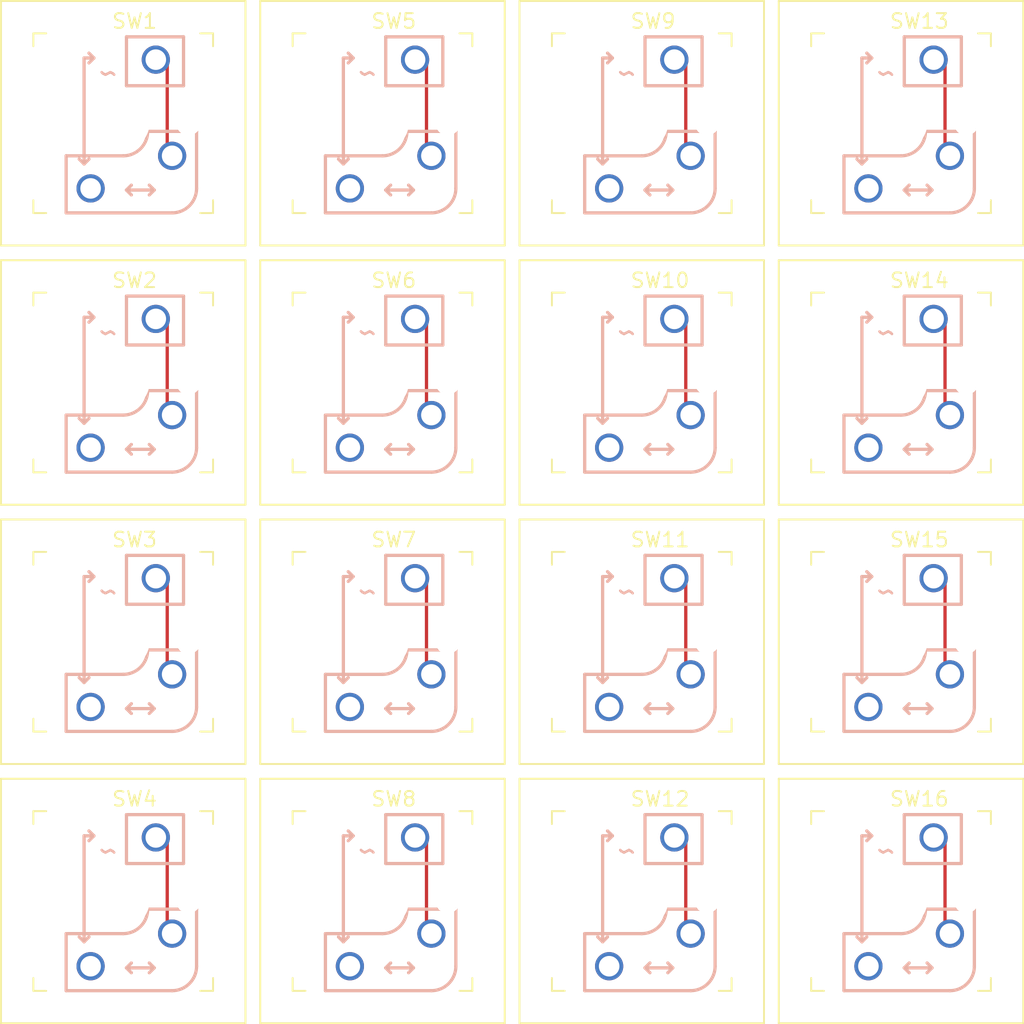
<source format=kicad_pcb>
(kicad_pcb (version 20240108) (generator "pcbnew") (generator_version "8.0")
  (layers (0 "F.Cu" signal) (31 "B.Cu" signal) (34 "B.Paste" user) (35 "F.Paste" user) (36 "B.SilkS" user "B.Silkscreen") (37 "F.SilkS" user "F.Silkscreen") (38 "B.Mask" user) (39 "F.Mask" user) (44 "Edge.Cuts" user))
  (net 0 "")
  (footprint "DuRuofu_Switch:Shaft_Base" (layer "F.Cu") (at 184.19 130.06)
    (property "Reference" "SW16" (at -0.96 -7.953 0) (layer "F.SilkS") (effects (font (size 1.143 1.143) (thickness 0.152)) (justify left)))
    (property "Value" "~" (at -0.381 -3.937 0) (layer "B.SilkS") (effects (font (size 2.032 2.032) (thickness 0.203)) (justify left mirror)))
    (fp_line (start 2.54 -4.953) (end 3.429 -4.953) (stroke (width 0.254)) (layer "F.Cu"))
    (fp_line (start 3.429 -4.953) (end 3.429 2.159) (stroke (width 0.254)) (layer "F.Cu"))
    (fp_line (start 3.429 2.159) (end 3.81 2.54) (stroke (width 0.254)) (layer "F.Cu"))
    (pad "" np_thru_hole circle (at -5.08 0) (size 1.9 1.9) (drill 1.9) (layers "*.Cu" "*.Mask"))
    (pad "" np_thru_hole circle (at 0 0) (size 4.1 4.1) (drill 4.1) (layers "*.Cu" "*.Mask"))
    (pad "" np_thru_hole circle (at 5.08 0) (size 1.9 1.9) (drill 1.9) (layers "*.Cu" "*.Mask"))
    (pad "1" thru_hole circle (at -2.54 5.08) (size 2.2 2.2) (drill 1.6) (layers "*.Cu" "*.Paste" "*.Mask"))
    (pad "2" thru_hole circle (at 2.54 -4.953) (size 2.2 2.2) (drill 1.6) (layers "*.Cu" "*.Paste" "*.Mask"))
    (pad "2" thru_hole circle (at 3.81 2.54) (size 2.2 2.2) (drill 1.6) (layers "*.Cu" "*.Paste" "*.Mask"))
  )
  (footprint "DuRuofu_Switch:Shaft_Base" (layer "F.Cu") (at 184.19 89.66)
    (property "Reference" "SW14" (at -0.96 -7.953 0) (layer "F.SilkS") (effects (font (size 1.143 1.143) (thickness 0.152)) (justify left)))
    (property "Value" "~" (at -0.381 -3.937 0) (layer "B.SilkS") (effects (font (size 2.032 2.032) (thickness 0.203)) (justify left mirror)))
    (fp_line (start 2.54 -4.953) (end 3.429 -4.953) (stroke (width 0.254)) (layer "F.Cu"))
    (fp_line (start 3.429 -4.953) (end 3.429 2.159) (stroke (width 0.254)) (layer "F.Cu"))
    (fp_line (start 3.429 2.159) (end 3.81 2.54) (stroke (width 0.254)) (layer "F.Cu"))
    (pad "" np_thru_hole circle (at -5.08 0) (size 1.9 1.9) (drill 1.9) (layers "*.Cu" "*.Mask"))
    (pad "" np_thru_hole circle (at 0 0) (size 4.1 4.1) (drill 4.1) (layers "*.Cu" "*.Mask"))
    (pad "" np_thru_hole circle (at 5.08 0) (size 1.9 1.9) (drill 1.9) (layers "*.Cu" "*.Mask"))
    (pad "1" thru_hole circle (at -2.54 5.08) (size 2.2 2.2) (drill 1.6) (layers "*.Cu" "*.Paste" "*.Mask"))
    (pad "2" thru_hole circle (at 2.54 -4.953) (size 2.2 2.2) (drill 1.6) (layers "*.Cu" "*.Paste" "*.Mask"))
    (pad "2" thru_hole circle (at 3.81 2.54) (size 2.2 2.2) (drill 1.6) (layers "*.Cu" "*.Paste" "*.Mask"))
  )
  (footprint "DuRuofu_Switch:Shaft_Base" (layer "F.Cu") (at 184.19 109.86)
    (property "Reference" "SW15" (at -0.96 -7.953 0) (layer "F.SilkS") (effects (font (size 1.143 1.143) (thickness 0.152)) (justify left)))
    (property "Value" "~" (at -0.381 -3.937 0) (layer "B.SilkS") (effects (font (size 2.032 2.032) (thickness 0.203)) (justify left mirror)))
    (fp_line (start 2.54 -4.953) (end 3.429 -4.953) (stroke (width 0.254)) (layer "F.Cu"))
    (fp_line (start 3.429 -4.953) (end 3.429 2.159) (stroke (width 0.254)) (layer "F.Cu"))
    (fp_line (start 3.429 2.159) (end 3.81 2.54) (stroke (width 0.254)) (layer "F.Cu"))
    (pad "" np_thru_hole circle (at -5.08 0) (size 1.9 1.9) (drill 1.9) (layers "*.Cu" "*.Mask"))
    (pad "" np_thru_hole circle (at 0 0) (size 4.1 4.1) (drill 4.1) (layers "*.Cu" "*.Mask"))
    (pad "" np_thru_hole circle (at 5.08 0) (size 1.9 1.9) (drill 1.9) (layers "*.Cu" "*.Mask"))
    (pad "1" thru_hole circle (at -2.54 5.08) (size 2.2 2.2) (drill 1.6) (layers "*.Cu" "*.Paste" "*.Mask"))
    (pad "2" thru_hole circle (at 2.54 -4.953) (size 2.2 2.2) (drill 1.6) (layers "*.Cu" "*.Paste" "*.Mask"))
    (pad "2" thru_hole circle (at 3.81 2.54) (size 2.2 2.2) (drill 1.6) (layers "*.Cu" "*.Paste" "*.Mask"))
  )
  (footprint "DuRuofu_Switch:Shaft_Base" (layer "F.Cu") (at 163.99 130.06)
    (property "Reference" "SW12" (at -0.96 -7.953 0) (layer "F.SilkS") (effects (font (size 1.143 1.143) (thickness 0.152)) (justify left)))
    (property "Value" "~" (at -0.381 -3.937 0) (layer "B.SilkS") (effects (font (size 2.032 2.032) (thickness 0.203)) (justify left mirror)))
    (fp_line (start 2.54 -4.953) (end 3.429 -4.953) (stroke (width 0.254)) (layer "F.Cu"))
    (fp_line (start 3.429 -4.953) (end 3.429 2.159) (stroke (width 0.254)) (layer "F.Cu"))
    (fp_line (start 3.429 2.159) (end 3.81 2.54) (stroke (width 0.254)) (layer "F.Cu"))
    (pad "" np_thru_hole circle (at -5.08 0) (size 1.9 1.9) (drill 1.9) (layers "*.Cu" "*.Mask"))
    (pad "" np_thru_hole circle (at 0 0) (size 4.1 4.1) (drill 4.1) (layers "*.Cu" "*.Mask"))
    (pad "" np_thru_hole circle (at 5.08 0) (size 1.9 1.9) (drill 1.9) (layers "*.Cu" "*.Mask"))
    (pad "1" thru_hole circle (at -2.54 5.08) (size 2.2 2.2) (drill 1.6) (layers "*.Cu" "*.Paste" "*.Mask"))
    (pad "2" thru_hole circle (at 2.54 -4.953) (size 2.2 2.2) (drill 1.6) (layers "*.Cu" "*.Paste" "*.Mask"))
    (pad "2" thru_hole circle (at 3.81 2.54) (size 2.2 2.2) (drill 1.6) (layers "*.Cu" "*.Paste" "*.Mask"))
  )
  (footprint "DuRuofu_Switch:Shaft_Base" (layer "F.Cu") (at 143.79 109.86)
    (property "Reference" "SW7" (at -0.96 -7.953 0) (layer "F.SilkS") (effects (font (size 1.143 1.143) (thickness 0.152)) (justify left)))
    (property "Value" "~" (at -0.381 -3.937 0) (layer "B.SilkS") (effects (font (size 2.032 2.032) (thickness 0.203)) (justify left mirror)))
    (fp_line (start 2.54 -4.953) (end 3.429 -4.953) (stroke (width 0.254)) (layer "F.Cu"))
    (fp_line (start 3.429 -4.953) (end 3.429 2.159) (stroke (width 0.254)) (layer "F.Cu"))
    (fp_line (start 3.429 2.159) (end 3.81 2.54) (stroke (width 0.254)) (layer "F.Cu"))
    (pad "" np_thru_hole circle (at -5.08 0) (size 1.9 1.9) (drill 1.9) (layers "*.Cu" "*.Mask"))
    (pad "" np_thru_hole circle (at 0 0) (size 4.1 4.1) (drill 4.1) (layers "*.Cu" "*.Mask"))
    (pad "" np_thru_hole circle (at 5.08 0) (size 1.9 1.9) (drill 1.9) (layers "*.Cu" "*.Mask"))
    (pad "1" thru_hole circle (at -2.54 5.08) (size 2.2 2.2) (drill 1.6) (layers "*.Cu" "*.Paste" "*.Mask"))
    (pad "2" thru_hole circle (at 2.54 -4.953) (size 2.2 2.2) (drill 1.6) (layers "*.Cu" "*.Paste" "*.Mask"))
    (pad "2" thru_hole circle (at 3.81 2.54) (size 2.2 2.2) (drill 1.6) (layers "*.Cu" "*.Paste" "*.Mask"))
  )
  (footprint "DuRuofu_Switch:Shaft_Base" (layer "F.Cu") (at 163.99 69.46)
    (property "Reference" "SW9" (at -0.96 -7.953 0) (layer "F.SilkS") (effects (font (size 1.143 1.143) (thickness 0.152)) (justify left)))
    (property "Value" "~" (at -0.381 -3.937 0) (layer "B.SilkS") (effects (font (size 2.032 2.032) (thickness 0.203)) (justify left mirror)))
    (fp_line (start 2.54 -4.953) (end 3.429 -4.953) (stroke (width 0.254)) (layer "F.Cu"))
    (fp_line (start 3.429 -4.953) (end 3.429 2.159) (stroke (width 0.254)) (layer "F.Cu"))
    (fp_line (start 3.429 2.159) (end 3.81 2.54) (stroke (width 0.254)) (layer "F.Cu"))
    (pad "" np_thru_hole circle (at -5.08 0) (size 1.9 1.9) (drill 1.9) (layers "*.Cu" "*.Mask"))
    (pad "" np_thru_hole circle (at 0 0) (size 4.1 4.1) (drill 4.1) (layers "*.Cu" "*.Mask"))
    (pad "" np_thru_hole circle (at 5.08 0) (size 1.9 1.9) (drill 1.9) (layers "*.Cu" "*.Mask"))
    (pad "1" thru_hole circle (at -2.54 5.08) (size 2.2 2.2) (drill 1.6) (layers "*.Cu" "*.Paste" "*.Mask"))
    (pad "2" thru_hole circle (at 2.54 -4.953) (size 2.2 2.2) (drill 1.6) (layers "*.Cu" "*.Paste" "*.Mask"))
    (pad "2" thru_hole circle (at 3.81 2.54) (size 2.2 2.2) (drill 1.6) (layers "*.Cu" "*.Paste" "*.Mask"))
  )
  (footprint "DuRuofu_Switch:Shaft_Base" (layer "F.Cu") (at 143.79 130.06)
    (property "Reference" "SW8" (at -0.96 -7.953 0) (layer "F.SilkS") (effects (font (size 1.143 1.143) (thickness 0.152)) (justify left)))
    (property "Value" "~" (at -0.381 -3.937 0) (layer "B.SilkS") (effects (font (size 2.032 2.032) (thickness 0.203)) (justify left mirror)))
    (fp_line (start 2.54 -4.953) (end 3.429 -4.953) (stroke (width 0.254)) (layer "F.Cu"))
    (fp_line (start 3.429 -4.953) (end 3.429 2.159) (stroke (width 0.254)) (layer "F.Cu"))
    (fp_line (start 3.429 2.159) (end 3.81 2.54) (stroke (width 0.254)) (layer "F.Cu"))
    (pad "" np_thru_hole circle (at -5.08 0) (size 1.9 1.9) (drill 1.9) (layers "*.Cu" "*.Mask"))
    (pad "" np_thru_hole circle (at 0 0) (size 4.1 4.1) (drill 4.1) (layers "*.Cu" "*.Mask"))
    (pad "" np_thru_hole circle (at 5.08 0) (size 1.9 1.9) (drill 1.9) (layers "*.Cu" "*.Mask"))
    (pad "1" thru_hole circle (at -2.54 5.08) (size 2.2 2.2) (drill 1.6) (layers "*.Cu" "*.Paste" "*.Mask"))
    (pad "2" thru_hole circle (at 2.54 -4.953) (size 2.2 2.2) (drill 1.6) (layers "*.Cu" "*.Paste" "*.Mask"))
    (pad "2" thru_hole circle (at 3.81 2.54) (size 2.2 2.2) (drill 1.6) (layers "*.Cu" "*.Paste" "*.Mask"))
  )
  (footprint "DuRuofu_Switch:Shaft_Base" (layer "F.Cu") (at 163.99 89.66)
    (property "Reference" "SW10" (at -0.96 -7.953 0) (layer "F.SilkS") (effects (font (size 1.143 1.143) (thickness 0.152)) (justify left)))
    (property "Value" "~" (at -0.381 -3.937 0) (layer "B.SilkS") (effects (font (size 2.032 2.032) (thickness 0.203)) (justify left mirror)))
    (fp_line (start 2.54 -4.953) (end 3.429 -4.953) (stroke (width 0.254)) (layer "F.Cu"))
    (fp_line (start 3.429 -4.953) (end 3.429 2.159) (stroke (width 0.254)) (layer "F.Cu"))
    (fp_line (start 3.429 2.159) (end 3.81 2.54) (stroke (width 0.254)) (layer "F.Cu"))
    (pad "" np_thru_hole circle (at -5.08 0) (size 1.9 1.9) (drill 1.9) (layers "*.Cu" "*.Mask"))
    (pad "" np_thru_hole circle (at 0 0) (size 4.1 4.1) (drill 4.1) (layers "*.Cu" "*.Mask"))
    (pad "" np_thru_hole circle (at 5.08 0) (size 1.9 1.9) (drill 1.9) (layers "*.Cu" "*.Mask"))
    (pad "1" thru_hole circle (at -2.54 5.08) (size 2.2 2.2) (drill 1.6) (layers "*.Cu" "*.Paste" "*.Mask"))
    (pad "2" thru_hole circle (at 2.54 -4.953) (size 2.2 2.2) (drill 1.6) (layers "*.Cu" "*.Paste" "*.Mask"))
    (pad "2" thru_hole circle (at 3.81 2.54) (size 2.2 2.2) (drill 1.6) (layers "*.Cu" "*.Paste" "*.Mask"))
  )
  (footprint "DuRuofu_Switch:Shaft_Base" (layer "F.Cu") (at 123.59 109.86)
    (property "Reference" "SW3" (at -0.96 -7.953 0) (layer "F.SilkS") (effects (font (size 1.143 1.143) (thickness 0.152)) (justify left)))
    (property "Value" "~" (at -0.381 -3.937 0) (layer "B.SilkS") (effects (font (size 2.032 2.032) (thickness 0.203)) (justify left mirror)))
    (fp_line (start 2.54 -4.953) (end 3.429 -4.953) (stroke (width 0.254)) (layer "F.Cu"))
    (fp_line (start 3.429 -4.953) (end 3.429 2.159) (stroke (width 0.254)) (layer "F.Cu"))
    (fp_line (start 3.429 2.159) (end 3.81 2.54) (stroke (width 0.254)) (layer "F.Cu"))
    (pad "" np_thru_hole circle (at -5.08 0) (size 1.9 1.9) (drill 1.9) (layers "*.Cu" "*.Mask"))
    (pad "" np_thru_hole circle (at 0 0) (size 4.1 4.1) (drill 4.1) (layers "*.Cu" "*.Mask"))
    (pad "" np_thru_hole circle (at 5.08 0) (size 1.9 1.9) (drill 1.9) (layers "*.Cu" "*.Mask"))
    (pad "1" thru_hole circle (at -2.54 5.08) (size 2.2 2.2) (drill 1.6) (layers "*.Cu" "*.Paste" "*.Mask"))
    (pad "2" thru_hole circle (at 2.54 -4.953) (size 2.2 2.2) (drill 1.6) (layers "*.Cu" "*.Paste" "*.Mask"))
    (pad "2" thru_hole circle (at 3.81 2.54) (size 2.2 2.2) (drill 1.6) (layers "*.Cu" "*.Paste" "*.Mask"))
  )
  (footprint "DuRuofu_Switch:Shaft_Base" (layer "F.Cu") (at 123.59 89.66)
    (property "Reference" "SW2" (at -0.96 -7.953 0) (layer "F.SilkS") (effects (font (size 1.143 1.143) (thickness 0.152)) (justify left)))
    (property "Value" "~" (at -0.381 -3.937 0) (layer "B.SilkS") (effects (font (size 2.032 2.032) (thickness 0.203)) (justify left mirror)))
    (fp_line (start 2.54 -4.953) (end 3.429 -4.953) (stroke (width 0.254)) (layer "F.Cu"))
    (fp_line (start 3.429 -4.953) (end 3.429 2.159) (stroke (width 0.254)) (layer "F.Cu"))
    (fp_line (start 3.429 2.159) (end 3.81 2.54) (stroke (width 0.254)) (layer "F.Cu"))
    (pad "" np_thru_hole circle (at -5.08 0) (size 1.9 1.9) (drill 1.9) (layers "*.Cu" "*.Mask"))
    (pad "" np_thru_hole circle (at 0 0) (size 4.1 4.1) (drill 4.1) (layers "*.Cu" "*.Mask"))
    (pad "" np_thru_hole circle (at 5.08 0) (size 1.9 1.9) (drill 1.9) (layers "*.Cu" "*.Mask"))
    (pad "1" thru_hole circle (at -2.54 5.08) (size 2.2 2.2) (drill 1.6) (layers "*.Cu" "*.Paste" "*.Mask"))
    (pad "2" thru_hole circle (at 2.54 -4.953) (size 2.2 2.2) (drill 1.6) (layers "*.Cu" "*.Paste" "*.Mask"))
    (pad "2" thru_hole circle (at 3.81 2.54) (size 2.2 2.2) (drill 1.6) (layers "*.Cu" "*.Paste" "*.Mask"))
  )
  (footprint "DuRuofu_Switch:Shaft_Base" (layer "F.Cu") (at 143.79 89.66)
    (property "Reference" "SW6" (at -0.96 -7.953 0) (layer "F.SilkS") (effects (font (size 1.143 1.143) (thickness 0.152)) (justify left)))
    (property "Value" "~" (at -0.381 -3.937 0) (layer "B.SilkS") (effects (font (size 2.032 2.032) (thickness 0.203)) (justify left mirror)))
    (fp_line (start 2.54 -4.953) (end 3.429 -4.953) (stroke (width 0.254)) (layer "F.Cu"))
    (fp_line (start 3.429 -4.953) (end 3.429 2.159) (stroke (width 0.254)) (layer "F.Cu"))
    (fp_line (start 3.429 2.159) (end 3.81 2.54) (stroke (width 0.254)) (layer "F.Cu"))
    (pad "" np_thru_hole circle (at -5.08 0) (size 1.9 1.9) (drill 1.9) (layers "*.Cu" "*.Mask"))
    (pad "" np_thru_hole circle (at 0 0) (size 4.1 4.1) (drill 4.1) (layers "*.Cu" "*.Mask"))
    (pad "" np_thru_hole circle (at 5.08 0) (size 1.9 1.9) (drill 1.9) (layers "*.Cu" "*.Mask"))
    (pad "1" thru_hole circle (at -2.54 5.08) (size 2.2 2.2) (drill 1.6) (layers "*.Cu" "*.Paste" "*.Mask"))
    (pad "2" thru_hole circle (at 2.54 -4.953) (size 2.2 2.2) (drill 1.6) (layers "*.Cu" "*.Paste" "*.Mask"))
    (pad "2" thru_hole circle (at 3.81 2.54) (size 2.2 2.2) (drill 1.6) (layers "*.Cu" "*.Paste" "*.Mask"))
  )
  (footprint "DuRuofu_Switch:Shaft_Base" (layer "F.Cu") (at 163.99 109.86)
    (property "Reference" "SW11" (at -0.96 -7.953 0) (layer "F.SilkS") (effects (font (size 1.143 1.143) (thickness 0.152)) (justify left)))
    (property "Value" "~" (at -0.381 -3.937 0) (layer "B.SilkS") (effects (font (size 2.032 2.032) (thickness 0.203)) (justify left mirror)))
    (fp_line (start 2.54 -4.953) (end 3.429 -4.953) (stroke (width 0.254)) (layer "F.Cu"))
    (fp_line (start 3.429 -4.953) (end 3.429 2.159) (stroke (width 0.254)) (layer "F.Cu"))
    (fp_line (start 3.429 2.159) (end 3.81 2.54) (stroke (width 0.254)) (layer "F.Cu"))
    (pad "" np_thru_hole circle (at -5.08 0) (size 1.9 1.9) (drill 1.9) (layers "*.Cu" "*.Mask"))
    (pad "" np_thru_hole circle (at 0 0) (size 4.1 4.1) (drill 4.1) (layers "*.Cu" "*.Mask"))
    (pad "" np_thru_hole circle (at 5.08 0) (size 1.9 1.9) (drill 1.9) (layers "*.Cu" "*.Mask"))
    (pad "1" thru_hole circle (at -2.54 5.08) (size 2.2 2.2) (drill 1.6) (layers "*.Cu" "*.Paste" "*.Mask"))
    (pad "2" thru_hole circle (at 2.54 -4.953) (size 2.2 2.2) (drill 1.6) (layers "*.Cu" "*.Paste" "*.Mask"))
    (pad "2" thru_hole circle (at 3.81 2.54) (size 2.2 2.2) (drill 1.6) (layers "*.Cu" "*.Paste" "*.Mask"))
  )
  (footprint "DuRuofu_Switch:Shaft_Base" (layer "F.Cu") (at 143.79 69.46)
    (property "Reference" "SW5" (at -0.96 -7.953 0) (layer "F.SilkS") (effects (font (size 1.143 1.143) (thickness 0.152)) (justify left)))
    (property "Value" "~" (at -0.381 -3.937 0) (layer "B.SilkS") (effects (font (size 2.032 2.032) (thickness 0.203)) (justify left mirror)))
    (fp_line (start 2.54 -4.953) (end 3.429 -4.953) (stroke (width 0.254)) (layer "F.Cu"))
    (fp_line (start 3.429 -4.953) (end 3.429 2.159) (stroke (width 0.254)) (layer "F.Cu"))
    (fp_line (start 3.429 2.159) (end 3.81 2.54) (stroke (width 0.254)) (layer "F.Cu"))
    (pad "" np_thru_hole circle (at -5.08 0) (size 1.9 1.9) (drill 1.9) (layers "*.Cu" "*.Mask"))
    (pad "" np_thru_hole circle (at 0 0) (size 4.1 4.1) (drill 4.1) (layers "*.Cu" "*.Mask"))
    (pad "" np_thru_hole circle (at 5.08 0) (size 1.9 1.9) (drill 1.9) (layers "*.Cu" "*.Mask"))
    (pad "1" thru_hole circle (at -2.54 5.08) (size 2.2 2.2) (drill 1.6) (layers "*.Cu" "*.Paste" "*.Mask"))
    (pad "2" thru_hole circle (at 2.54 -4.953) (size 2.2 2.2) (drill 1.6) (layers "*.Cu" "*.Paste" "*.Mask"))
    (pad "2" thru_hole circle (at 3.81 2.54) (size 2.2 2.2) (drill 1.6) (layers "*.Cu" "*.Paste" "*.Mask"))
  )
  (footprint "DuRuofu_Switch:Shaft_Base" (layer "F.Cu") (at 123.59 69.46)
    (property "Reference" "SW1" (at -0.96 -7.953 0) (layer "F.SilkS") (effects (font (size 1.143 1.143) (thickness 0.152)) (justify left)))
    (property "Value" "~" (at -0.381 -3.937 0) (layer "B.SilkS") (effects (font (size 2.032 2.032) (thickness 0.203)) (justify left mirror)))
    (fp_line (start 2.54 -4.953) (end 3.429 -4.953) (stroke (width 0.254)) (layer "F.Cu"))
    (fp_line (start 3.429 -4.953) (end 3.429 2.159) (stroke (width 0.254)) (layer "F.Cu"))
    (fp_line (start 3.429 2.159) (end 3.81 2.54) (stroke (width 0.254)) (layer "F.Cu"))
    (pad "" np_thru_hole circle (at -5.08 0) (size 1.9 1.9) (drill 1.9) (layers "*.Cu" "*.Mask"))
    (pad "" np_thru_hole circle (at 0 0) (size 4.1 4.1) (drill 4.1) (layers "*.Cu" "*.Mask"))
    (pad "" np_thru_hole circle (at 5.08 0) (size 1.9 1.9) (drill 1.9) (layers "*.Cu" "*.Mask"))
    (pad "1" thru_hole circle (at -2.54 5.08) (size 2.2 2.2) (drill 1.6) (layers "*.Cu" "*.Paste" "*.Mask"))
    (pad "2" thru_hole circle (at 2.54 -4.953) (size 2.2 2.2) (drill 1.6) (layers "*.Cu" "*.Paste" "*.Mask"))
    (pad "2" thru_hole circle (at 3.81 2.54) (size 2.2 2.2) (drill 1.6) (layers "*.Cu" "*.Paste" "*.Mask"))
  )
  (footprint "DuRuofu_Switch:Shaft_Base" (layer "F.Cu") (at 184.19 69.46)
    (property "Reference" "SW13" (at -0.96 -7.953 0) (layer "F.SilkS") (effects (font (size 1.143 1.143) (thickness 0.152)) (justify left)))
    (property "Value" "~" (at -0.381 -3.937 0) (layer "B.SilkS") (effects (font (size 2.032 2.032) (thickness 0.203)) (justify left mirror)))
    (fp_line (start 2.54 -4.953) (end 3.429 -4.953) (stroke (width 0.254)) (layer "F.Cu"))
    (fp_line (start 3.429 -4.953) (end 3.429 2.159) (stroke (width 0.254)) (layer "F.Cu"))
    (fp_line (start 3.429 2.159) (end 3.81 2.54) (stroke (width 0.254)) (layer "F.Cu"))
    (pad "" np_thru_hole circle (at -5.08 0) (size 1.9 1.9) (drill 1.9) (layers "*.Cu" "*.Mask"))
    (pad "" np_thru_hole circle (at 0 0) (size 4.1 4.1) (drill 4.1) (layers "*.Cu" "*.Mask"))
    (pad "" np_thru_hole circle (at 5.08 0) (size 1.9 1.9) (drill 1.9) (layers "*.Cu" "*.Mask"))
    (pad "1" thru_hole circle (at -2.54 5.08) (size 2.2 2.2) (drill 1.6) (layers "*.Cu" "*.Paste" "*.Mask"))
    (pad "2" thru_hole circle (at 2.54 -4.953) (size 2.2 2.2) (drill 1.6) (layers "*.Cu" "*.Paste" "*.Mask"))
    (pad "2" thru_hole circle (at 3.81 2.54) (size 2.2 2.2) (drill 1.6) (layers "*.Cu" "*.Paste" "*.Mask"))
  )
  (footprint "DuRuofu_Switch:Shaft_Base" (layer "F.Cu") (at 123.59 130.06)
    (property "Reference" "SW4" (at -0.96 -7.953 0) (layer "F.SilkS") (effects (font (size 1.143 1.143) (thickness 0.152)) (justify left)))
    (property "Value" "~" (at -0.381 -3.937 0) (layer "B.SilkS") (effects (font (size 2.032 2.032) (thickness 0.203)) (justify left mirror)))
    (fp_line (start 2.54 -4.953) (end 3.429 -4.953) (stroke (width 0.254)) (layer "F.Cu"))
    (fp_line (start 3.429 -4.953) (end 3.429 2.159) (stroke (width 0.254)) (layer "F.Cu"))
    (fp_line (start 3.429 2.159) (end 3.81 2.54) (stroke (width 0.254)) (layer "F.Cu"))
    (pad "" np_thru_hole circle (at -5.08 0) (size 1.9 1.9) (drill 1.9) (layers "*.Cu" "*.Mask"))
    (pad "" np_thru_hole circle (at 0 0) (size 4.1 4.1) (drill 4.1) (layers "*.Cu" "*.Mask"))
    (pad "" np_thru_hole circle (at 5.08 0) (size 1.9 1.9) (drill 1.9) (layers "*.Cu" "*.Mask"))
    (pad "1" thru_hole circle (at -2.54 5.08) (size 2.2 2.2) (drill 1.6) (layers "*.Cu" "*.Paste" "*.Mask"))
    (pad "2" thru_hole circle (at 2.54 -4.953) (size 2.2 2.2) (drill 1.6) (layers "*.Cu" "*.Paste" "*.Mask"))
    (pad "2" thru_hole circle (at 3.81 2.54) (size 2.2 2.2) (drill 1.6) (layers "*.Cu" "*.Paste" "*.Mask"))
  )
)
</source>
